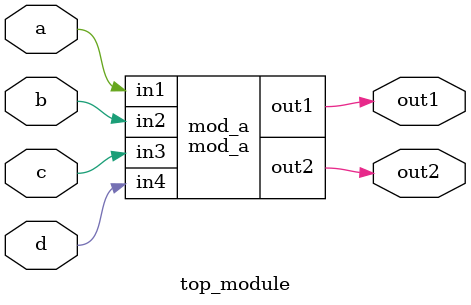
<source format=v>
module mod_a (
    output   out1	,
    output   out2	,
    input    in1	,
    input    in2	,
    input    in3	,
    input    in4
);
    assign out1 = in1 & in2 & in3 & in4;    //这只是一个简单的示例
    assign out2 = in1 | in2 | in3 | in4;    //这只是一个简单的示例
endmodule

module top_module ( 
	input	a	,
    input	b	,
    input	c	,
    input	d	,
    output	out1,
    output	out2
);
	//Write your code here
    mod_a mod_a (
        .in1(a),
        .in2(b),
        .in3(c),
        .in4(d),
        .out1(out1),
        .out2(out2)
    );
endmodule
</source>
